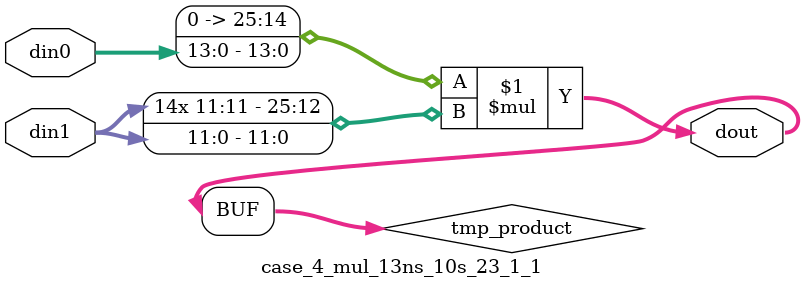
<source format=v>

`timescale 1 ns / 1 ps

 (* use_dsp = "no" *)  module case_4_mul_13ns_10s_23_1_1(din0, din1, dout);
parameter ID = 1;
parameter NUM_STAGE = 0;
parameter din0_WIDTH = 14;
parameter din1_WIDTH = 12;
parameter dout_WIDTH = 26;

input [din0_WIDTH - 1 : 0] din0; 
input [din1_WIDTH - 1 : 0] din1; 
output [dout_WIDTH - 1 : 0] dout;

wire signed [dout_WIDTH - 1 : 0] tmp_product;

























assign tmp_product = $signed({1'b0, din0}) * $signed(din1);










assign dout = tmp_product;





















endmodule

</source>
